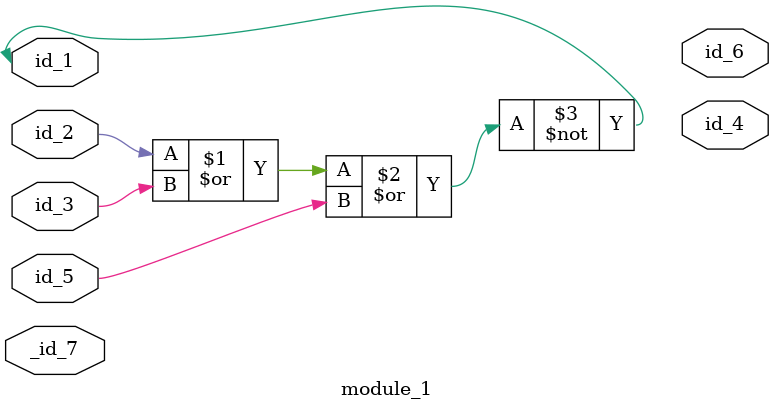
<source format=v>
module module_0;
  wire [1 'b0 : -1 'd0] id_1;
  wire id_2;
  ;
  assign id_2 = id_1;
endmodule
module module_1 #(
    parameter id_7 = 32'd13,
    parameter id_8 = 32'd26
) (
    id_1,
    id_2,
    id_3,
    id_4,
    id_5,
    id_6,
    _id_7
);
  inout wire _id_7;
  nor primCall (id_1, id_2, id_3, id_5);
  module_0 modCall_1 ();
  output wire id_6;
  inout wire id_5;
  output wire id_4;
  input wire id_3;
  inout wire id_2;
  inout wire id_1;
  wire _id_8;
  wire [id_7 : 1  -  !  id_8] id_9;
endmodule

</source>
